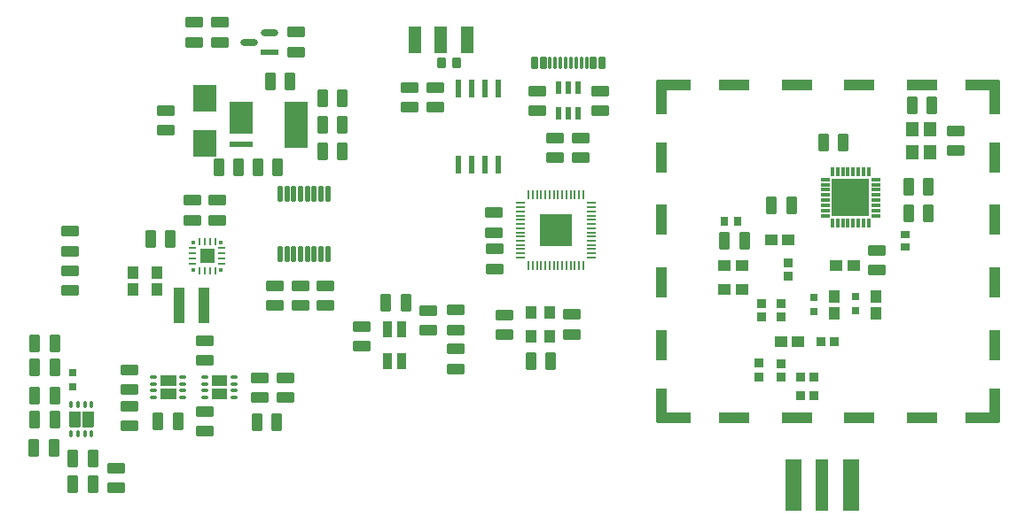
<source format=gtp>
G04*
G04 #@! TF.GenerationSoftware,Altium Limited,Altium Designer,25.4.2 (15)*
G04*
G04 Layer_Color=8421504*
%FSLAX44Y44*%
%MOMM*%
G71*
G04*
G04 #@! TF.SameCoordinates,69983CE8-C732-48D4-ACAD-208037422C18*
G04*
G04*
G04 #@! TF.FilePolarity,Positive*
G04*
G01*
G75*
%ADD17R,1.5030X1.0430*%
G04:AMPARAMS|DCode=18|XSize=0.3mm|YSize=0.6mm|CornerRadius=0.0495mm|HoleSize=0mm|Usage=FLASHONLY|Rotation=90.000|XOffset=0mm|YOffset=0mm|HoleType=Round|Shape=RoundedRectangle|*
%AMROUNDEDRECTD18*
21,1,0.3000,0.5010,0,0,90.0*
21,1,0.2010,0.6000,0,0,90.0*
1,1,0.0990,0.2505,0.1005*
1,1,0.0990,0.2505,-0.1005*
1,1,0.0990,-0.2505,-0.1005*
1,1,0.0990,-0.2505,0.1005*
%
%ADD18ROUNDEDRECTD18*%
G04:AMPARAMS|DCode=19|XSize=0.6mm|YSize=0.31mm|CornerRadius=0.0496mm|HoleSize=0mm|Usage=FLASHONLY|Rotation=90.000|XOffset=0mm|YOffset=0mm|HoleType=Round|Shape=RoundedRectangle|*
%AMROUNDEDRECTD19*
21,1,0.6000,0.2108,0,0,90.0*
21,1,0.5008,0.3100,0,0,90.0*
1,1,0.0992,0.1054,0.2504*
1,1,0.0992,0.1054,-0.2504*
1,1,0.0992,-0.1054,-0.2504*
1,1,0.0992,-0.1054,0.2504*
%
%ADD19ROUNDEDRECTD19*%
G04:AMPARAMS|DCode=20|XSize=0.6mm|YSize=0.31mm|CornerRadius=0.0496mm|HoleSize=0mm|Usage=FLASHONLY|Rotation=180.000|XOffset=0mm|YOffset=0mm|HoleType=Round|Shape=RoundedRectangle|*
%AMROUNDEDRECTD20*
21,1,0.6000,0.2108,0,0,180.0*
21,1,0.5008,0.3100,0,0,180.0*
1,1,0.0992,-0.2504,0.1054*
1,1,0.0992,0.2504,0.1054*
1,1,0.0992,0.2504,-0.1054*
1,1,0.0992,-0.2504,-0.1054*
%
%ADD20ROUNDEDRECTD20*%
%ADD21R,1.6000X5.0000*%
%ADD22R,1.2000X5.0000*%
%ADD23R,1.0000X2.9000*%
%ADD24R,1.0000X3.3000*%
%ADD25R,3.3000X1.0000*%
%ADD26R,2.9000X1.0000*%
%ADD27R,1.0121X1.1587*%
%ADD28R,1.2061X1.0582*%
%ADD29R,0.7000X0.6500*%
%ADD30R,1.1587X1.0121*%
%ADD31R,0.3000X0.8500*%
G04:AMPARAMS|DCode=32|XSize=1mm|YSize=1.7mm|CornerRadius=0.125mm|HoleSize=0mm|Usage=FLASHONLY|Rotation=0.000|XOffset=0mm|YOffset=0mm|HoleType=Round|Shape=RoundedRectangle|*
%AMROUNDEDRECTD32*
21,1,1.0000,1.4500,0,0,0.0*
21,1,0.7500,1.7000,0,0,0.0*
1,1,0.2500,0.3750,-0.7250*
1,1,0.2500,-0.3750,-0.7250*
1,1,0.2500,-0.3750,0.7250*
1,1,0.2500,0.3750,0.7250*
%
%ADD32ROUNDEDRECTD32*%
%ADD33R,0.8061X0.8582*%
%ADD34R,0.8500X0.9000*%
%ADD35R,0.9000X0.8500*%
%ADD36R,0.8582X0.8061*%
G04:AMPARAMS|DCode=37|XSize=1mm|YSize=1.7mm|CornerRadius=0.125mm|HoleSize=0mm|Usage=FLASHONLY|Rotation=270.000|XOffset=0mm|YOffset=0mm|HoleType=Round|Shape=RoundedRectangle|*
%AMROUNDEDRECTD37*
21,1,1.0000,1.4500,0,0,270.0*
21,1,0.7500,1.7000,0,0,270.0*
1,1,0.2500,-0.7250,-0.3750*
1,1,0.2500,-0.7250,0.3750*
1,1,0.2500,0.7250,0.3750*
1,1,0.2500,0.7250,-0.3750*
%
%ADD37ROUNDEDRECTD37*%
%ADD38R,1.4500X1.4500*%
%ADD39R,0.3750X0.3750*%
%ADD40R,0.2500X0.7000*%
%ADD41R,0.7000X0.2500*%
%ADD42R,1.1062X1.3051*%
G04:AMPARAMS|DCode=43|XSize=1.6587mm|YSize=0.6268mm|CornerRadius=0.3134mm|HoleSize=0mm|Usage=FLASHONLY|Rotation=180.000|XOffset=0mm|YOffset=0mm|HoleType=Round|Shape=RoundedRectangle|*
%AMROUNDEDRECTD43*
21,1,1.6587,0.0000,0,0,180.0*
21,1,1.0319,0.6268,0,0,180.0*
1,1,0.6268,-0.5159,0.0000*
1,1,0.6268,0.5159,0.0000*
1,1,0.6268,0.5159,0.0000*
1,1,0.6268,-0.5159,0.0000*
%
%ADD43ROUNDEDRECTD43*%
%ADD44R,1.6587X0.6268*%
%ADD45R,1.2000X1.4000*%
G04:AMPARAMS|DCode=46|XSize=0.8mm|YSize=1mm|CornerRadius=0.1mm|HoleSize=0mm|Usage=FLASHONLY|Rotation=180.000|XOffset=0mm|YOffset=0mm|HoleType=Round|Shape=RoundedRectangle|*
%AMROUNDEDRECTD46*
21,1,0.8000,0.8000,0,0,180.0*
21,1,0.6000,1.0000,0,0,180.0*
1,1,0.2000,-0.3000,0.4000*
1,1,0.2000,0.3000,0.4000*
1,1,0.2000,0.3000,-0.4000*
1,1,0.2000,-0.3000,-0.4000*
%
%ADD46ROUNDEDRECTD46*%
%ADD47R,0.8500X0.7500*%
%ADD48R,0.7500X0.8500*%
%ADD49R,0.8500X0.3000*%
%ADD50R,3.5500X3.5500*%
G04:AMPARAMS|DCode=51|XSize=1.5mm|YSize=0.45mm|CornerRadius=0.0495mm|HoleSize=0mm|Usage=FLASHONLY|Rotation=270.000|XOffset=0mm|YOffset=0mm|HoleType=Round|Shape=RoundedRectangle|*
%AMROUNDEDRECTD51*
21,1,1.5000,0.3510,0,0,270.0*
21,1,1.4010,0.4500,0,0,270.0*
1,1,0.0990,-0.1755,-0.7005*
1,1,0.0990,-0.1755,0.7005*
1,1,0.0990,0.1755,0.7005*
1,1,0.0990,0.1755,-0.7005*
%
%ADD51ROUNDEDRECTD51*%
%ADD52R,2.2000X0.6000*%
%ADD53R,2.2000X3.1500*%
%ADD54R,2.2000X4.4000*%
%ADD55R,2.3000X2.5000*%
%ADD56R,0.9800X3.4000*%
G04:AMPARAMS|DCode=57|XSize=1.61mm|YSize=0.58mm|CornerRadius=0.0725mm|HoleSize=0mm|Usage=FLASHONLY|Rotation=90.000|XOffset=0mm|YOffset=0mm|HoleType=Round|Shape=RoundedRectangle|*
%AMROUNDEDRECTD57*
21,1,1.6100,0.4350,0,0,90.0*
21,1,1.4650,0.5800,0,0,90.0*
1,1,0.1450,0.2175,0.7325*
1,1,0.1450,0.2175,-0.7325*
1,1,0.1450,-0.2175,-0.7325*
1,1,0.1450,-0.2175,0.7325*
%
%ADD57ROUNDEDRECTD57*%
G04:AMPARAMS|DCode=58|XSize=0.3mm|YSize=1.15mm|CornerRadius=0.0375mm|HoleSize=0mm|Usage=FLASHONLY|Rotation=180.000|XOffset=0mm|YOffset=0mm|HoleType=Round|Shape=RoundedRectangle|*
%AMROUNDEDRECTD58*
21,1,0.3000,1.0750,0,0,180.0*
21,1,0.2250,1.1500,0,0,180.0*
1,1,0.0750,-0.1125,0.5375*
1,1,0.0750,0.1125,0.5375*
1,1,0.0750,0.1125,-0.5375*
1,1,0.0750,-0.1125,-0.5375*
%
%ADD58ROUNDEDRECTD58*%
G04:AMPARAMS|DCode=59|XSize=0.6mm|YSize=1.15mm|CornerRadius=0.075mm|HoleSize=0mm|Usage=FLASHONLY|Rotation=180.000|XOffset=0mm|YOffset=0mm|HoleType=Round|Shape=RoundedRectangle|*
%AMROUNDEDRECTD59*
21,1,0.6000,1.0000,0,0,180.0*
21,1,0.4500,1.1500,0,0,180.0*
1,1,0.1500,-0.2250,0.5000*
1,1,0.1500,0.2250,0.5000*
1,1,0.1500,0.2250,-0.5000*
1,1,0.1500,-0.2250,-0.5000*
%
%ADD59ROUNDEDRECTD59*%
%ADD60R,0.6000X1.2000*%
%ADD61R,0.9000X1.5000*%
%ADD62R,3.1000X3.1000*%
%ADD63O,0.9000X0.2000*%
%ADD64O,0.2000X0.9000*%
%ADD65R,1.2000X2.5000*%
%ADD66R,1.0500X1.3000*%
G36*
X70410Y96380D02*
Y96400D01*
X70420Y96430D01*
Y96450D01*
X70430Y96480D01*
X70440Y96500D01*
X70450Y96530D01*
X70470Y96550D01*
X70480Y96570D01*
X70500Y96590D01*
X70510Y96610D01*
X70530Y96630D01*
X70550Y96650D01*
X70570Y96670D01*
X70590Y96690D01*
X70610Y96700D01*
X70630Y96720D01*
X70650Y96730D01*
X70670Y96750D01*
X70700Y96760D01*
X70720Y96770D01*
X70750Y96780D01*
X70770D01*
X70800Y96790D01*
X70820D01*
X70850Y96800D01*
X70870D01*
X70900D01*
X80500D01*
X80530D01*
X80550D01*
X80580Y96790D01*
X80600D01*
X80630Y96780D01*
X80650D01*
X80680Y96770D01*
X80700Y96760D01*
X80730Y96750D01*
X80750Y96730D01*
X80770Y96720D01*
X80790Y96700D01*
X80810Y96690D01*
X80830Y96670D01*
X80850Y96650D01*
X80870Y96630D01*
X80890Y96610D01*
X80900Y96590D01*
X80920Y96570D01*
X80930Y96550D01*
X80950Y96530D01*
X80960Y96500D01*
X80970Y96480D01*
X80980Y96450D01*
Y96430D01*
X80990Y96400D01*
Y96380D01*
X81000Y96350D01*
Y82150D01*
X80990Y82120D01*
Y82100D01*
X80980Y82070D01*
Y82050D01*
X80970Y82020D01*
X80960Y82000D01*
X80950Y81970D01*
X80930Y81950D01*
X80920Y81930D01*
X80900Y81910D01*
X80890Y81890D01*
X80870Y81870D01*
X80850Y81850D01*
X80830Y81830D01*
X80810Y81810D01*
X80790Y81800D01*
X80770Y81780D01*
X80750Y81770D01*
X80730Y81750D01*
X80700Y81740D01*
X80680Y81730D01*
X80650Y81720D01*
X80630D01*
X80600Y81710D01*
X80580D01*
X80550Y81700D01*
X80530D01*
X80500D01*
X70900D01*
X70870D01*
X70850D01*
X70820Y81710D01*
X70800D01*
X70770Y81720D01*
X70750D01*
X70720Y81730D01*
X70700Y81740D01*
X70670Y81750D01*
X70650Y81770D01*
X70630Y81780D01*
X70610Y81800D01*
X70590Y81810D01*
X70570Y81830D01*
X70550Y81850D01*
X70530Y81870D01*
X70510Y81890D01*
X70500Y81910D01*
X70480Y81930D01*
X70470Y81950D01*
X70450Y81970D01*
X70440Y82000D01*
X70430Y82020D01*
X70420Y82050D01*
Y82070D01*
X70410Y82100D01*
Y82120D01*
X70400Y82150D01*
Y96350D01*
X70410Y96380D01*
D02*
G37*
G36*
X83010D02*
Y96400D01*
X83020Y96430D01*
Y96450D01*
X83030Y96480D01*
X83040Y96500D01*
X83050Y96530D01*
X83070Y96550D01*
X83080Y96570D01*
X83100Y96590D01*
X83110Y96610D01*
X83130Y96630D01*
X83150Y96650D01*
X83170Y96670D01*
X83190Y96690D01*
X83210Y96700D01*
X83230Y96720D01*
X83250Y96730D01*
X83270Y96750D01*
X83300Y96760D01*
X83320Y96770D01*
X83350Y96780D01*
X83370D01*
X83400Y96790D01*
X83420D01*
X83450Y96800D01*
X83470D01*
X83500D01*
X93100D01*
X93130D01*
X93150D01*
X93180Y96790D01*
X93200D01*
X93230Y96780D01*
X93250D01*
X93280Y96770D01*
X93300Y96760D01*
X93330Y96750D01*
X93350Y96730D01*
X93370Y96720D01*
X93390Y96700D01*
X93410Y96690D01*
X93430Y96670D01*
X93450Y96650D01*
X93470Y96630D01*
X93490Y96610D01*
X93500Y96590D01*
X93520Y96570D01*
X93530Y96550D01*
X93550Y96530D01*
X93560Y96500D01*
X93570Y96480D01*
X93580Y96450D01*
Y96430D01*
X93590Y96400D01*
Y96380D01*
X93600Y96350D01*
Y82150D01*
X93590Y82120D01*
Y82100D01*
X93580Y82070D01*
Y82050D01*
X93570Y82020D01*
X93560Y82000D01*
X93550Y81970D01*
X93530Y81950D01*
X93520Y81930D01*
X93500Y81910D01*
X93490Y81890D01*
X93470Y81870D01*
X93450Y81850D01*
X93430Y81830D01*
X93410Y81810D01*
X93390Y81800D01*
X93370Y81780D01*
X93350Y81770D01*
X93330Y81750D01*
X93300Y81740D01*
X93280Y81730D01*
X93250Y81720D01*
X93230D01*
X93200Y81710D01*
X93180D01*
X93150Y81700D01*
X93130D01*
X93100D01*
X83500D01*
X83470D01*
X83450D01*
X83420Y81710D01*
X83400D01*
X83370Y81720D01*
X83350D01*
X83320Y81730D01*
X83300Y81740D01*
X83270Y81750D01*
X83250Y81770D01*
X83230Y81780D01*
X83210Y81800D01*
X83190Y81810D01*
X83170Y81830D01*
X83150Y81850D01*
X83130Y81870D01*
X83110Y81890D01*
X83100Y81910D01*
X83080Y81930D01*
X83070Y81950D01*
X83050Y81970D01*
X83040Y82000D01*
X83030Y82020D01*
X83020Y82050D01*
Y82070D01*
X83010Y82100D01*
Y82120D01*
X83000Y82150D01*
Y96350D01*
X83010Y96380D01*
D02*
G37*
G36*
X206620Y108410D02*
X206600D01*
X206570Y108420D01*
X206550D01*
X206520Y108430D01*
X206500Y108440D01*
X206470Y108450D01*
X206450Y108470D01*
X206430Y108480D01*
X206410Y108500D01*
X206390Y108510D01*
X206370Y108530D01*
X206350Y108550D01*
X206330Y108570D01*
X206310Y108590D01*
X206300Y108610D01*
X206280Y108630D01*
X206270Y108650D01*
X206250Y108670D01*
X206240Y108700D01*
X206230Y108720D01*
X206220Y108750D01*
Y108770D01*
X206210Y108800D01*
Y108820D01*
X206200Y108850D01*
Y108870D01*
Y108900D01*
Y118500D01*
Y118530D01*
Y118550D01*
X206210Y118580D01*
Y118600D01*
X206220Y118630D01*
Y118650D01*
X206230Y118680D01*
X206240Y118700D01*
X206250Y118730D01*
X206270Y118750D01*
X206280Y118770D01*
X206300Y118790D01*
X206310Y118810D01*
X206330Y118830D01*
X206350Y118850D01*
X206370Y118870D01*
X206390Y118890D01*
X206410Y118900D01*
X206430Y118920D01*
X206450Y118930D01*
X206470Y118950D01*
X206500Y118960D01*
X206520Y118970D01*
X206550Y118980D01*
X206570D01*
X206600Y118990D01*
X206620D01*
X206650Y119000D01*
X220850D01*
X220880Y118990D01*
X220900D01*
X220930Y118980D01*
X220950D01*
X220980Y118970D01*
X221000Y118960D01*
X221030Y118950D01*
X221050Y118930D01*
X221070Y118920D01*
X221090Y118900D01*
X221110Y118890D01*
X221130Y118870D01*
X221150Y118850D01*
X221170Y118830D01*
X221190Y118810D01*
X221200Y118790D01*
X221220Y118770D01*
X221230Y118750D01*
X221250Y118730D01*
X221260Y118700D01*
X221270Y118680D01*
X221280Y118650D01*
Y118630D01*
X221290Y118600D01*
Y118580D01*
X221300Y118550D01*
Y118530D01*
Y118500D01*
Y108900D01*
Y108870D01*
Y108850D01*
X221290Y108820D01*
Y108800D01*
X221280Y108770D01*
Y108750D01*
X221270Y108720D01*
X221260Y108700D01*
X221250Y108670D01*
X221230Y108650D01*
X221220Y108630D01*
X221200Y108610D01*
X221190Y108590D01*
X221170Y108570D01*
X221150Y108550D01*
X221130Y108530D01*
X221110Y108510D01*
X221090Y108500D01*
X221070Y108480D01*
X221050Y108470D01*
X221030Y108450D01*
X221000Y108440D01*
X220980Y108430D01*
X220950Y108420D01*
X220930D01*
X220900Y108410D01*
X220880D01*
X220850Y108400D01*
X206650D01*
X206620Y108410D01*
D02*
G37*
G36*
Y121010D02*
X206600D01*
X206570Y121020D01*
X206550D01*
X206520Y121030D01*
X206500Y121040D01*
X206470Y121050D01*
X206450Y121070D01*
X206430Y121080D01*
X206410Y121100D01*
X206390Y121110D01*
X206370Y121130D01*
X206350Y121150D01*
X206330Y121170D01*
X206310Y121190D01*
X206300Y121210D01*
X206280Y121230D01*
X206270Y121250D01*
X206250Y121270D01*
X206240Y121300D01*
X206230Y121320D01*
X206220Y121350D01*
Y121370D01*
X206210Y121400D01*
Y121420D01*
X206200Y121450D01*
Y121470D01*
Y121500D01*
Y131100D01*
Y131130D01*
Y131150D01*
X206210Y131180D01*
Y131200D01*
X206220Y131230D01*
Y131250D01*
X206230Y131280D01*
X206240Y131300D01*
X206250Y131330D01*
X206270Y131350D01*
X206280Y131370D01*
X206300Y131390D01*
X206310Y131410D01*
X206330Y131430D01*
X206350Y131450D01*
X206370Y131470D01*
X206390Y131490D01*
X206410Y131500D01*
X206430Y131520D01*
X206450Y131530D01*
X206470Y131550D01*
X206500Y131560D01*
X206520Y131570D01*
X206550Y131580D01*
X206570D01*
X206600Y131590D01*
X206620D01*
X206650Y131600D01*
X220850D01*
X220880Y131590D01*
X220900D01*
X220930Y131580D01*
X220950D01*
X220980Y131570D01*
X221000Y131560D01*
X221030Y131550D01*
X221050Y131530D01*
X221070Y131520D01*
X221090Y131500D01*
X221110Y131490D01*
X221130Y131470D01*
X221150Y131450D01*
X221170Y131430D01*
X221190Y131410D01*
X221200Y131390D01*
X221220Y131370D01*
X221230Y131350D01*
X221250Y131330D01*
X221260Y131300D01*
X221270Y131280D01*
X221280Y131250D01*
Y131230D01*
X221290Y131200D01*
Y131180D01*
X221300Y131150D01*
Y131130D01*
Y131100D01*
Y121500D01*
Y121470D01*
Y121450D01*
X221290Y121420D01*
Y121400D01*
X221280Y121370D01*
Y121350D01*
X221270Y121320D01*
X221260Y121300D01*
X221250Y121270D01*
X221230Y121250D01*
X221220Y121230D01*
X221200Y121210D01*
X221190Y121190D01*
X221170Y121170D01*
X221150Y121150D01*
X221130Y121130D01*
X221110Y121110D01*
X221090Y121100D01*
X221070Y121080D01*
X221050Y121070D01*
X221030Y121050D01*
X221000Y121040D01*
X220980Y121030D01*
X220950Y121020D01*
X220930D01*
X220900Y121010D01*
X220880D01*
X220850Y121000D01*
X206650D01*
X206620Y121010D01*
D02*
G37*
D17*
X164750Y126215D02*
D03*
Y113785D02*
D03*
D18*
X178750Y129750D02*
D03*
Y123250D02*
D03*
Y116750D02*
D03*
Y110250D02*
D03*
X150750D02*
D03*
Y116750D02*
D03*
Y123250D02*
D03*
Y129750D02*
D03*
D19*
X85250Y75250D02*
D03*
X72250D02*
D03*
X78750D02*
D03*
X91750D02*
D03*
Y103250D02*
D03*
X85250D02*
D03*
X78750D02*
D03*
X72250D02*
D03*
D20*
X227750Y123250D02*
D03*
Y110250D02*
D03*
Y116750D02*
D03*
Y129750D02*
D03*
X199750D02*
D03*
Y123250D02*
D03*
Y116750D02*
D03*
Y110250D02*
D03*
D21*
X761550Y26000D02*
D03*
X816950D02*
D03*
D22*
X789250D02*
D03*
D23*
X636000Y220000D02*
D03*
Y280000D02*
D03*
Y160000D02*
D03*
Y340000D02*
D03*
X954000Y160000D02*
D03*
Y340000D02*
D03*
Y220000D02*
D03*
Y280000D02*
D03*
D24*
X636000Y102500D02*
D03*
Y397500D02*
D03*
X954000Y102500D02*
D03*
Y397500D02*
D03*
D25*
X647500Y91000D02*
D03*
X942500D02*
D03*
Y409000D02*
D03*
X647500D02*
D03*
D26*
X705000Y91000D02*
D03*
X885000D02*
D03*
X765000D02*
D03*
X825000D02*
D03*
X885000Y409000D02*
D03*
X705000D02*
D03*
X825000D02*
D03*
X765000D02*
D03*
D27*
X801000Y207017D02*
D03*
Y190483D02*
D03*
X841000Y207017D02*
D03*
Y190483D02*
D03*
D28*
X802739Y236250D02*
D03*
X819261D02*
D03*
X740739Y261250D02*
D03*
X757261D02*
D03*
D29*
X821000Y192750D02*
D03*
Y206250D02*
D03*
X781000Y192000D02*
D03*
Y205500D02*
D03*
X74000Y120500D02*
D03*
Y134000D02*
D03*
D30*
X766500Y163750D02*
D03*
X749966D02*
D03*
X712750Y236250D02*
D03*
X696233Y213750D02*
D03*
X712767D02*
D03*
X696216Y236250D02*
D03*
D31*
X814000Y276750D02*
D03*
X809000D02*
D03*
X799000D02*
D03*
X804000D02*
D03*
X834000Y325750D02*
D03*
X829000D02*
D03*
X824000D02*
D03*
X819000D02*
D03*
X814000D02*
D03*
X809000D02*
D03*
X804000D02*
D03*
X799000D02*
D03*
X819000Y276750D02*
D03*
X824000D02*
D03*
X829000D02*
D03*
X834000D02*
D03*
D32*
X715000Y260000D02*
D03*
X281000Y412000D02*
D03*
X262000D02*
D03*
X875000Y389250D02*
D03*
X894000D02*
D03*
X312160Y371250D02*
D03*
X331160D02*
D03*
X312160Y345850D02*
D03*
X331160D02*
D03*
X530000Y145000D02*
D03*
X511000D02*
D03*
X55750Y61750D02*
D03*
X36750D02*
D03*
X74000Y52000D02*
D03*
X93000D02*
D03*
Y27000D02*
D03*
X74000D02*
D03*
X268500Y86500D02*
D03*
X249500D02*
D03*
X809750Y353750D02*
D03*
X790750D02*
D03*
X872000Y286250D02*
D03*
X891000D02*
D03*
X872000Y311250D02*
D03*
X891000D02*
D03*
X56500Y162000D02*
D03*
X37500D02*
D03*
X56500Y89000D02*
D03*
X37500D02*
D03*
X56500Y139000D02*
D03*
X37500D02*
D03*
X56500Y112000D02*
D03*
X37500D02*
D03*
X372750Y201000D02*
D03*
X391750D02*
D03*
X213100Y330610D02*
D03*
X232100D02*
D03*
X250540D02*
D03*
X269540D02*
D03*
X312160Y396650D02*
D03*
X331160D02*
D03*
X155000Y87500D02*
D03*
X174000D02*
D03*
X166720Y262030D02*
D03*
X147720D02*
D03*
X760000Y294000D02*
D03*
X741000D02*
D03*
X696000Y260000D02*
D03*
D33*
X781022Y129500D02*
D03*
X768500D02*
D03*
X800761Y163500D02*
D03*
X788239D02*
D03*
D34*
X781500Y112000D02*
D03*
X768500D02*
D03*
D35*
X729000Y129750D02*
D03*
X731500Y200250D02*
D03*
X757250Y226250D02*
D03*
X731500Y187250D02*
D03*
X757250Y239250D02*
D03*
X729000Y142750D02*
D03*
D36*
X750000Y129489D02*
D03*
X749750Y200011D02*
D03*
Y187489D02*
D03*
X750000Y142011D02*
D03*
D37*
X476250Y252250D02*
D03*
Y233250D02*
D03*
X475500Y267750D02*
D03*
Y286750D02*
D03*
X211250Y279750D02*
D03*
Y298750D02*
D03*
X190000Y469000D02*
D03*
Y450000D02*
D03*
X287370Y440610D02*
D03*
Y459610D02*
D03*
X213950Y468820D02*
D03*
Y449820D02*
D03*
X916750Y346250D02*
D03*
Y365250D02*
D03*
X395250Y406750D02*
D03*
Y387750D02*
D03*
X419500Y406750D02*
D03*
Y387750D02*
D03*
X486000Y189000D02*
D03*
Y170000D02*
D03*
X162593Y365500D02*
D03*
Y384500D02*
D03*
X267050Y216920D02*
D03*
Y197920D02*
D03*
X291180Y216920D02*
D03*
Y197920D02*
D03*
X315310Y216920D02*
D03*
Y197920D02*
D03*
X71470Y231500D02*
D03*
Y212500D02*
D03*
X200000Y145500D02*
D03*
Y164500D02*
D03*
X252500Y110000D02*
D03*
Y129000D02*
D03*
X200000Y97000D02*
D03*
Y78000D02*
D03*
X188310Y279810D02*
D03*
Y298810D02*
D03*
X841500Y250750D02*
D03*
Y231750D02*
D03*
X439500Y174750D02*
D03*
Y193750D02*
D03*
X559000Y339500D02*
D03*
Y358500D02*
D03*
X439250Y156500D02*
D03*
Y137500D02*
D03*
X534500Y339500D02*
D03*
Y358500D02*
D03*
X517000Y403500D02*
D03*
Y384500D02*
D03*
X577000Y403500D02*
D03*
Y384500D02*
D03*
X350000Y159250D02*
D03*
Y178250D02*
D03*
X412750Y174500D02*
D03*
Y193500D02*
D03*
X550000Y170500D02*
D03*
Y189500D02*
D03*
X115000Y23500D02*
D03*
Y42500D02*
D03*
X71470Y249990D02*
D03*
Y268990D02*
D03*
X127500Y102000D02*
D03*
Y83000D02*
D03*
X276750Y110000D02*
D03*
Y129000D02*
D03*
X127500Y136500D02*
D03*
Y117500D02*
D03*
D38*
X202250Y245560D02*
D03*
D39*
X215375Y232435D02*
D03*
X189125D02*
D03*
X215375Y258685D02*
D03*
X189125D02*
D03*
D40*
X194750Y259560D02*
D03*
X199750D02*
D03*
X204750D02*
D03*
X209750D02*
D03*
Y231560D02*
D03*
X204750D02*
D03*
X199750D02*
D03*
X194750D02*
D03*
D41*
X216250Y253060D02*
D03*
Y248060D02*
D03*
Y243060D02*
D03*
Y238060D02*
D03*
X188250D02*
D03*
Y243060D02*
D03*
Y248060D02*
D03*
Y253060D02*
D03*
D42*
X131250Y213744D02*
D03*
Y229756D02*
D03*
X154000Y213744D02*
D03*
Y229756D02*
D03*
D43*
X242043Y449500D02*
D03*
X261577Y458650D02*
D03*
D44*
Y440350D02*
D03*
D45*
X875069Y344795D02*
D03*
Y366795D02*
D03*
X892069D02*
D03*
Y344795D02*
D03*
D46*
X440500Y430250D02*
D03*
X425500D02*
D03*
D47*
X869000Y266250D02*
D03*
Y253750D02*
D03*
D48*
X696250Y278500D02*
D03*
X708750D02*
D03*
D49*
X792000Y318750D02*
D03*
Y313750D02*
D03*
Y308750D02*
D03*
Y303750D02*
D03*
Y298750D02*
D03*
Y293750D02*
D03*
Y288750D02*
D03*
Y283750D02*
D03*
X841000D02*
D03*
Y288750D02*
D03*
Y293750D02*
D03*
Y298750D02*
D03*
Y303750D02*
D03*
Y308750D02*
D03*
Y313750D02*
D03*
Y318750D02*
D03*
D50*
X816500Y301250D02*
D03*
D51*
X317180Y247210D02*
D03*
X310680D02*
D03*
X304180D02*
D03*
X297680D02*
D03*
X291180D02*
D03*
X284680D02*
D03*
X278180D02*
D03*
X271680D02*
D03*
Y305210D02*
D03*
X278180D02*
D03*
X284680D02*
D03*
X291180D02*
D03*
X297680D02*
D03*
X304180D02*
D03*
X310680D02*
D03*
X317180D02*
D03*
D52*
X234700Y352200D02*
D03*
D53*
Y377600D02*
D03*
D54*
X286700Y371250D02*
D03*
D55*
X200000Y396500D02*
D03*
Y353500D02*
D03*
D56*
X175190Y198530D02*
D03*
X198890D02*
D03*
D57*
X442200Y333200D02*
D03*
X454900D02*
D03*
X467600D02*
D03*
X480300D02*
D03*
Y405300D02*
D03*
X467600D02*
D03*
X454900D02*
D03*
X442200D02*
D03*
D58*
X549500Y430225D02*
D03*
X544500D02*
D03*
X539500D02*
D03*
X554500D02*
D03*
X559500D02*
D03*
X564500D02*
D03*
X534500D02*
D03*
X529500D02*
D03*
D59*
X571000D02*
D03*
X579000D02*
D03*
X523000D02*
D03*
X515000D02*
D03*
D60*
X556500Y406500D02*
D03*
X547000D02*
D03*
X537500D02*
D03*
Y381500D02*
D03*
X547000D02*
D03*
X556500D02*
D03*
D61*
X374000Y175500D02*
D03*
X388000D02*
D03*
X374000Y144500D02*
D03*
X388000D02*
D03*
D62*
X535000Y270000D02*
D03*
D63*
X501250Y296000D02*
D03*
Y292000D02*
D03*
Y288000D02*
D03*
Y284000D02*
D03*
Y280000D02*
D03*
Y276000D02*
D03*
Y272000D02*
D03*
Y268000D02*
D03*
Y264000D02*
D03*
Y260000D02*
D03*
Y256000D02*
D03*
Y252000D02*
D03*
Y248000D02*
D03*
Y244000D02*
D03*
X568750D02*
D03*
Y248000D02*
D03*
Y252000D02*
D03*
Y256000D02*
D03*
Y260000D02*
D03*
Y264000D02*
D03*
Y268000D02*
D03*
Y272000D02*
D03*
Y276000D02*
D03*
Y280000D02*
D03*
Y284000D02*
D03*
Y288000D02*
D03*
Y292000D02*
D03*
Y296000D02*
D03*
D64*
X509000Y236250D02*
D03*
X513000D02*
D03*
X517000D02*
D03*
X521000D02*
D03*
X525000D02*
D03*
X529000D02*
D03*
X533000D02*
D03*
X537000D02*
D03*
X541000D02*
D03*
X545000D02*
D03*
X549000D02*
D03*
X553000D02*
D03*
X557000D02*
D03*
X561000D02*
D03*
Y303750D02*
D03*
X557000D02*
D03*
X553000D02*
D03*
X549000D02*
D03*
X545000D02*
D03*
X541000D02*
D03*
X537000D02*
D03*
X533000D02*
D03*
X529000D02*
D03*
X525000D02*
D03*
X521000D02*
D03*
X517000D02*
D03*
X513000D02*
D03*
X509000D02*
D03*
D65*
X400000Y452500D02*
D03*
X425000D02*
D03*
X450000D02*
D03*
D66*
X528750Y168500D02*
D03*
Y191500D02*
D03*
X511250D02*
D03*
Y168500D02*
D03*
M02*

</source>
